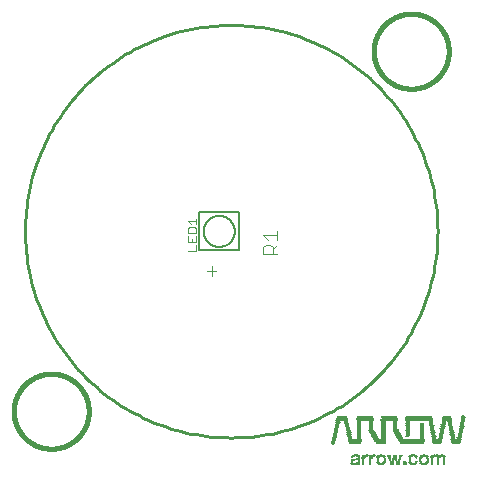
<source format=gto>
G75*
%MOIN*%
%OFA0B0*%
%FSLAX25Y25*%
%IPPOS*%
%LPD*%
%AMOC8*
5,1,8,0,0,1.08239X$1,22.5*
%
%ADD10C,0.01000*%
%ADD11C,0.01600*%
%ADD12R,0.00900X0.00150*%
%ADD13R,0.01800X0.00150*%
%ADD14R,0.00750X0.00150*%
%ADD15R,0.02850X0.00150*%
%ADD16R,0.02100X0.00150*%
%ADD17R,0.01050X0.00150*%
%ADD18R,0.03000X0.00150*%
%ADD19R,0.02400X0.00150*%
%ADD20R,0.01200X0.00150*%
%ADD21R,0.00150X0.00150*%
%ADD22R,0.01350X0.00150*%
%ADD23R,0.01500X0.00150*%
%ADD24R,0.02700X0.00150*%
%ADD25R,0.00600X0.00150*%
%ADD26R,0.04800X0.00150*%
%ADD27R,0.02550X0.00150*%
%ADD28R,0.02250X0.00150*%
%ADD29R,0.03300X0.00150*%
%ADD30R,0.07350X0.00150*%
%ADD31R,0.03900X0.00150*%
%ADD32R,0.03150X0.00150*%
%ADD33R,0.07800X0.00150*%
%ADD34R,0.04050X0.00150*%
%ADD35R,0.03450X0.00150*%
%ADD36R,0.08100X0.00150*%
%ADD37R,0.01650X0.00150*%
%ADD38R,0.04200X0.00150*%
%ADD39R,0.08250X0.00150*%
%ADD40R,0.03600X0.00150*%
%ADD41R,0.08400X0.00150*%
%ADD42R,0.04350X0.00150*%
%ADD43R,0.03750X0.00150*%
%ADD44R,0.08550X0.00150*%
%ADD45R,0.08700X0.00150*%
%ADD46R,0.04500X0.00150*%
%ADD47R,0.01950X0.00150*%
%ADD48R,0.00300X0.00150*%
%ADD49R,0.05550X0.00150*%
%ADD50R,0.09300X0.00150*%
%ADD51R,0.05700X0.00150*%
%ADD52R,0.05400X0.00150*%
%ADD53R,0.09150X0.00150*%
%ADD54R,0.09000X0.00150*%
%ADD55R,0.05100X0.00150*%
%ADD56C,0.00500*%
%ADD57C,0.00300*%
%ADD58C,0.00400*%
D10*
X0037628Y0103933D02*
X0037649Y0105620D01*
X0037711Y0107306D01*
X0037814Y0108991D01*
X0037959Y0110672D01*
X0038145Y0112349D01*
X0038372Y0114021D01*
X0038640Y0115687D01*
X0038949Y0117345D01*
X0039298Y0118996D01*
X0039688Y0120638D01*
X0040118Y0122270D01*
X0040588Y0123890D01*
X0041098Y0125499D01*
X0041647Y0127094D01*
X0042235Y0128676D01*
X0042861Y0130242D01*
X0043526Y0131793D01*
X0044229Y0133327D01*
X0044969Y0134844D01*
X0045746Y0136342D01*
X0046560Y0137820D01*
X0047409Y0139278D01*
X0048294Y0140714D01*
X0049214Y0142128D01*
X0050169Y0143520D01*
X0051157Y0144887D01*
X0052179Y0146230D01*
X0053234Y0147548D01*
X0054320Y0148839D01*
X0055438Y0150103D01*
X0056586Y0151339D01*
X0057764Y0152547D01*
X0058972Y0153725D01*
X0060208Y0154873D01*
X0061472Y0155991D01*
X0062763Y0157077D01*
X0064081Y0158132D01*
X0065424Y0159154D01*
X0066791Y0160142D01*
X0068183Y0161097D01*
X0069597Y0162017D01*
X0071033Y0162902D01*
X0072491Y0163751D01*
X0073969Y0164565D01*
X0075467Y0165342D01*
X0076984Y0166082D01*
X0078518Y0166785D01*
X0080069Y0167450D01*
X0081635Y0168076D01*
X0083217Y0168664D01*
X0084812Y0169213D01*
X0086421Y0169723D01*
X0088041Y0170193D01*
X0089673Y0170623D01*
X0091315Y0171013D01*
X0092966Y0171362D01*
X0094624Y0171671D01*
X0096290Y0171939D01*
X0097962Y0172166D01*
X0099639Y0172352D01*
X0101320Y0172497D01*
X0103005Y0172600D01*
X0104691Y0172662D01*
X0106378Y0172683D01*
X0108065Y0172662D01*
X0109751Y0172600D01*
X0111436Y0172497D01*
X0113117Y0172352D01*
X0114794Y0172166D01*
X0116466Y0171939D01*
X0118132Y0171671D01*
X0119790Y0171362D01*
X0121441Y0171013D01*
X0123083Y0170623D01*
X0124715Y0170193D01*
X0126335Y0169723D01*
X0127944Y0169213D01*
X0129539Y0168664D01*
X0131121Y0168076D01*
X0132687Y0167450D01*
X0134238Y0166785D01*
X0135772Y0166082D01*
X0137289Y0165342D01*
X0138787Y0164565D01*
X0140265Y0163751D01*
X0141723Y0162902D01*
X0143159Y0162017D01*
X0144573Y0161097D01*
X0145965Y0160142D01*
X0147332Y0159154D01*
X0148675Y0158132D01*
X0149993Y0157077D01*
X0151284Y0155991D01*
X0152548Y0154873D01*
X0153784Y0153725D01*
X0154992Y0152547D01*
X0156170Y0151339D01*
X0157318Y0150103D01*
X0158436Y0148839D01*
X0159522Y0147548D01*
X0160577Y0146230D01*
X0161599Y0144887D01*
X0162587Y0143520D01*
X0163542Y0142128D01*
X0164462Y0140714D01*
X0165347Y0139278D01*
X0166196Y0137820D01*
X0167010Y0136342D01*
X0167787Y0134844D01*
X0168527Y0133327D01*
X0169230Y0131793D01*
X0169895Y0130242D01*
X0170521Y0128676D01*
X0171109Y0127094D01*
X0171658Y0125499D01*
X0172168Y0123890D01*
X0172638Y0122270D01*
X0173068Y0120638D01*
X0173458Y0118996D01*
X0173807Y0117345D01*
X0174116Y0115687D01*
X0174384Y0114021D01*
X0174611Y0112349D01*
X0174797Y0110672D01*
X0174942Y0108991D01*
X0175045Y0107306D01*
X0175107Y0105620D01*
X0175128Y0103933D01*
X0175107Y0102246D01*
X0175045Y0100560D01*
X0174942Y0098875D01*
X0174797Y0097194D01*
X0174611Y0095517D01*
X0174384Y0093845D01*
X0174116Y0092179D01*
X0173807Y0090521D01*
X0173458Y0088870D01*
X0173068Y0087228D01*
X0172638Y0085596D01*
X0172168Y0083976D01*
X0171658Y0082367D01*
X0171109Y0080772D01*
X0170521Y0079190D01*
X0169895Y0077624D01*
X0169230Y0076073D01*
X0168527Y0074539D01*
X0167787Y0073022D01*
X0167010Y0071524D01*
X0166196Y0070046D01*
X0165347Y0068588D01*
X0164462Y0067152D01*
X0163542Y0065738D01*
X0162587Y0064346D01*
X0161599Y0062979D01*
X0160577Y0061636D01*
X0159522Y0060318D01*
X0158436Y0059027D01*
X0157318Y0057763D01*
X0156170Y0056527D01*
X0154992Y0055319D01*
X0153784Y0054141D01*
X0152548Y0052993D01*
X0151284Y0051875D01*
X0149993Y0050789D01*
X0148675Y0049734D01*
X0147332Y0048712D01*
X0145965Y0047724D01*
X0144573Y0046769D01*
X0143159Y0045849D01*
X0141723Y0044964D01*
X0140265Y0044115D01*
X0138787Y0043301D01*
X0137289Y0042524D01*
X0135772Y0041784D01*
X0134238Y0041081D01*
X0132687Y0040416D01*
X0131121Y0039790D01*
X0129539Y0039202D01*
X0127944Y0038653D01*
X0126335Y0038143D01*
X0124715Y0037673D01*
X0123083Y0037243D01*
X0121441Y0036853D01*
X0119790Y0036504D01*
X0118132Y0036195D01*
X0116466Y0035927D01*
X0114794Y0035700D01*
X0113117Y0035514D01*
X0111436Y0035369D01*
X0109751Y0035266D01*
X0108065Y0035204D01*
X0106378Y0035183D01*
X0104691Y0035204D01*
X0103005Y0035266D01*
X0101320Y0035369D01*
X0099639Y0035514D01*
X0097962Y0035700D01*
X0096290Y0035927D01*
X0094624Y0036195D01*
X0092966Y0036504D01*
X0091315Y0036853D01*
X0089673Y0037243D01*
X0088041Y0037673D01*
X0086421Y0038143D01*
X0084812Y0038653D01*
X0083217Y0039202D01*
X0081635Y0039790D01*
X0080069Y0040416D01*
X0078518Y0041081D01*
X0076984Y0041784D01*
X0075467Y0042524D01*
X0073969Y0043301D01*
X0072491Y0044115D01*
X0071033Y0044964D01*
X0069597Y0045849D01*
X0068183Y0046769D01*
X0066791Y0047724D01*
X0065424Y0048712D01*
X0064081Y0049734D01*
X0062763Y0050789D01*
X0061472Y0051875D01*
X0060208Y0052993D01*
X0058972Y0054141D01*
X0057764Y0055319D01*
X0056586Y0056527D01*
X0055438Y0057763D01*
X0054320Y0059027D01*
X0053234Y0060318D01*
X0052179Y0061636D01*
X0051157Y0062979D01*
X0050169Y0064346D01*
X0049214Y0065738D01*
X0048294Y0067152D01*
X0047409Y0068588D01*
X0046560Y0070046D01*
X0045746Y0071524D01*
X0044969Y0073022D01*
X0044229Y0074539D01*
X0043526Y0076073D01*
X0042861Y0077624D01*
X0042235Y0079190D01*
X0041647Y0080772D01*
X0041098Y0082367D01*
X0040588Y0083976D01*
X0040118Y0085596D01*
X0039688Y0087228D01*
X0039298Y0088870D01*
X0038949Y0090521D01*
X0038640Y0092179D01*
X0038372Y0093845D01*
X0038145Y0095517D01*
X0037959Y0097194D01*
X0037814Y0098875D01*
X0037711Y0100560D01*
X0037649Y0102246D01*
X0037628Y0103933D01*
D11*
X0033878Y0043933D02*
X0033882Y0044240D01*
X0033893Y0044546D01*
X0033912Y0044853D01*
X0033938Y0045158D01*
X0033972Y0045463D01*
X0034013Y0045767D01*
X0034062Y0046070D01*
X0034118Y0046372D01*
X0034182Y0046672D01*
X0034253Y0046970D01*
X0034331Y0047267D01*
X0034416Y0047562D01*
X0034509Y0047854D01*
X0034609Y0048144D01*
X0034716Y0048432D01*
X0034830Y0048717D01*
X0034950Y0048999D01*
X0035078Y0049277D01*
X0035213Y0049553D01*
X0035354Y0049825D01*
X0035502Y0050094D01*
X0035656Y0050359D01*
X0035817Y0050620D01*
X0035985Y0050878D01*
X0036158Y0051131D01*
X0036338Y0051379D01*
X0036524Y0051623D01*
X0036715Y0051863D01*
X0036913Y0052098D01*
X0037116Y0052327D01*
X0037325Y0052552D01*
X0037539Y0052772D01*
X0037759Y0052986D01*
X0037984Y0053195D01*
X0038213Y0053398D01*
X0038448Y0053596D01*
X0038688Y0053787D01*
X0038932Y0053973D01*
X0039180Y0054153D01*
X0039433Y0054326D01*
X0039691Y0054494D01*
X0039952Y0054655D01*
X0040217Y0054809D01*
X0040486Y0054957D01*
X0040758Y0055098D01*
X0041034Y0055233D01*
X0041312Y0055361D01*
X0041594Y0055481D01*
X0041879Y0055595D01*
X0042167Y0055702D01*
X0042457Y0055802D01*
X0042749Y0055895D01*
X0043044Y0055980D01*
X0043341Y0056058D01*
X0043639Y0056129D01*
X0043939Y0056193D01*
X0044241Y0056249D01*
X0044544Y0056298D01*
X0044848Y0056339D01*
X0045153Y0056373D01*
X0045458Y0056399D01*
X0045765Y0056418D01*
X0046071Y0056429D01*
X0046378Y0056433D01*
X0046685Y0056429D01*
X0046991Y0056418D01*
X0047298Y0056399D01*
X0047603Y0056373D01*
X0047908Y0056339D01*
X0048212Y0056298D01*
X0048515Y0056249D01*
X0048817Y0056193D01*
X0049117Y0056129D01*
X0049415Y0056058D01*
X0049712Y0055980D01*
X0050007Y0055895D01*
X0050299Y0055802D01*
X0050589Y0055702D01*
X0050877Y0055595D01*
X0051162Y0055481D01*
X0051444Y0055361D01*
X0051722Y0055233D01*
X0051998Y0055098D01*
X0052270Y0054957D01*
X0052539Y0054809D01*
X0052804Y0054655D01*
X0053065Y0054494D01*
X0053323Y0054326D01*
X0053576Y0054153D01*
X0053824Y0053973D01*
X0054068Y0053787D01*
X0054308Y0053596D01*
X0054543Y0053398D01*
X0054772Y0053195D01*
X0054997Y0052986D01*
X0055217Y0052772D01*
X0055431Y0052552D01*
X0055640Y0052327D01*
X0055843Y0052098D01*
X0056041Y0051863D01*
X0056232Y0051623D01*
X0056418Y0051379D01*
X0056598Y0051131D01*
X0056771Y0050878D01*
X0056939Y0050620D01*
X0057100Y0050359D01*
X0057254Y0050094D01*
X0057402Y0049825D01*
X0057543Y0049553D01*
X0057678Y0049277D01*
X0057806Y0048999D01*
X0057926Y0048717D01*
X0058040Y0048432D01*
X0058147Y0048144D01*
X0058247Y0047854D01*
X0058340Y0047562D01*
X0058425Y0047267D01*
X0058503Y0046970D01*
X0058574Y0046672D01*
X0058638Y0046372D01*
X0058694Y0046070D01*
X0058743Y0045767D01*
X0058784Y0045463D01*
X0058818Y0045158D01*
X0058844Y0044853D01*
X0058863Y0044546D01*
X0058874Y0044240D01*
X0058878Y0043933D01*
X0058874Y0043626D01*
X0058863Y0043320D01*
X0058844Y0043013D01*
X0058818Y0042708D01*
X0058784Y0042403D01*
X0058743Y0042099D01*
X0058694Y0041796D01*
X0058638Y0041494D01*
X0058574Y0041194D01*
X0058503Y0040896D01*
X0058425Y0040599D01*
X0058340Y0040304D01*
X0058247Y0040012D01*
X0058147Y0039722D01*
X0058040Y0039434D01*
X0057926Y0039149D01*
X0057806Y0038867D01*
X0057678Y0038589D01*
X0057543Y0038313D01*
X0057402Y0038041D01*
X0057254Y0037772D01*
X0057100Y0037507D01*
X0056939Y0037246D01*
X0056771Y0036988D01*
X0056598Y0036735D01*
X0056418Y0036487D01*
X0056232Y0036243D01*
X0056041Y0036003D01*
X0055843Y0035768D01*
X0055640Y0035539D01*
X0055431Y0035314D01*
X0055217Y0035094D01*
X0054997Y0034880D01*
X0054772Y0034671D01*
X0054543Y0034468D01*
X0054308Y0034270D01*
X0054068Y0034079D01*
X0053824Y0033893D01*
X0053576Y0033713D01*
X0053323Y0033540D01*
X0053065Y0033372D01*
X0052804Y0033211D01*
X0052539Y0033057D01*
X0052270Y0032909D01*
X0051998Y0032768D01*
X0051722Y0032633D01*
X0051444Y0032505D01*
X0051162Y0032385D01*
X0050877Y0032271D01*
X0050589Y0032164D01*
X0050299Y0032064D01*
X0050007Y0031971D01*
X0049712Y0031886D01*
X0049415Y0031808D01*
X0049117Y0031737D01*
X0048817Y0031673D01*
X0048515Y0031617D01*
X0048212Y0031568D01*
X0047908Y0031527D01*
X0047603Y0031493D01*
X0047298Y0031467D01*
X0046991Y0031448D01*
X0046685Y0031437D01*
X0046378Y0031433D01*
X0046071Y0031437D01*
X0045765Y0031448D01*
X0045458Y0031467D01*
X0045153Y0031493D01*
X0044848Y0031527D01*
X0044544Y0031568D01*
X0044241Y0031617D01*
X0043939Y0031673D01*
X0043639Y0031737D01*
X0043341Y0031808D01*
X0043044Y0031886D01*
X0042749Y0031971D01*
X0042457Y0032064D01*
X0042167Y0032164D01*
X0041879Y0032271D01*
X0041594Y0032385D01*
X0041312Y0032505D01*
X0041034Y0032633D01*
X0040758Y0032768D01*
X0040486Y0032909D01*
X0040217Y0033057D01*
X0039952Y0033211D01*
X0039691Y0033372D01*
X0039433Y0033540D01*
X0039180Y0033713D01*
X0038932Y0033893D01*
X0038688Y0034079D01*
X0038448Y0034270D01*
X0038213Y0034468D01*
X0037984Y0034671D01*
X0037759Y0034880D01*
X0037539Y0035094D01*
X0037325Y0035314D01*
X0037116Y0035539D01*
X0036913Y0035768D01*
X0036715Y0036003D01*
X0036524Y0036243D01*
X0036338Y0036487D01*
X0036158Y0036735D01*
X0035985Y0036988D01*
X0035817Y0037246D01*
X0035656Y0037507D01*
X0035502Y0037772D01*
X0035354Y0038041D01*
X0035213Y0038313D01*
X0035078Y0038589D01*
X0034950Y0038867D01*
X0034830Y0039149D01*
X0034716Y0039434D01*
X0034609Y0039722D01*
X0034509Y0040012D01*
X0034416Y0040304D01*
X0034331Y0040599D01*
X0034253Y0040896D01*
X0034182Y0041194D01*
X0034118Y0041494D01*
X0034062Y0041796D01*
X0034013Y0042099D01*
X0033972Y0042403D01*
X0033938Y0042708D01*
X0033912Y0043013D01*
X0033893Y0043320D01*
X0033882Y0043626D01*
X0033878Y0043933D01*
X0153878Y0163933D02*
X0153882Y0164240D01*
X0153893Y0164546D01*
X0153912Y0164853D01*
X0153938Y0165158D01*
X0153972Y0165463D01*
X0154013Y0165767D01*
X0154062Y0166070D01*
X0154118Y0166372D01*
X0154182Y0166672D01*
X0154253Y0166970D01*
X0154331Y0167267D01*
X0154416Y0167562D01*
X0154509Y0167854D01*
X0154609Y0168144D01*
X0154716Y0168432D01*
X0154830Y0168717D01*
X0154950Y0168999D01*
X0155078Y0169277D01*
X0155213Y0169553D01*
X0155354Y0169825D01*
X0155502Y0170094D01*
X0155656Y0170359D01*
X0155817Y0170620D01*
X0155985Y0170878D01*
X0156158Y0171131D01*
X0156338Y0171379D01*
X0156524Y0171623D01*
X0156715Y0171863D01*
X0156913Y0172098D01*
X0157116Y0172327D01*
X0157325Y0172552D01*
X0157539Y0172772D01*
X0157759Y0172986D01*
X0157984Y0173195D01*
X0158213Y0173398D01*
X0158448Y0173596D01*
X0158688Y0173787D01*
X0158932Y0173973D01*
X0159180Y0174153D01*
X0159433Y0174326D01*
X0159691Y0174494D01*
X0159952Y0174655D01*
X0160217Y0174809D01*
X0160486Y0174957D01*
X0160758Y0175098D01*
X0161034Y0175233D01*
X0161312Y0175361D01*
X0161594Y0175481D01*
X0161879Y0175595D01*
X0162167Y0175702D01*
X0162457Y0175802D01*
X0162749Y0175895D01*
X0163044Y0175980D01*
X0163341Y0176058D01*
X0163639Y0176129D01*
X0163939Y0176193D01*
X0164241Y0176249D01*
X0164544Y0176298D01*
X0164848Y0176339D01*
X0165153Y0176373D01*
X0165458Y0176399D01*
X0165765Y0176418D01*
X0166071Y0176429D01*
X0166378Y0176433D01*
X0166685Y0176429D01*
X0166991Y0176418D01*
X0167298Y0176399D01*
X0167603Y0176373D01*
X0167908Y0176339D01*
X0168212Y0176298D01*
X0168515Y0176249D01*
X0168817Y0176193D01*
X0169117Y0176129D01*
X0169415Y0176058D01*
X0169712Y0175980D01*
X0170007Y0175895D01*
X0170299Y0175802D01*
X0170589Y0175702D01*
X0170877Y0175595D01*
X0171162Y0175481D01*
X0171444Y0175361D01*
X0171722Y0175233D01*
X0171998Y0175098D01*
X0172270Y0174957D01*
X0172539Y0174809D01*
X0172804Y0174655D01*
X0173065Y0174494D01*
X0173323Y0174326D01*
X0173576Y0174153D01*
X0173824Y0173973D01*
X0174068Y0173787D01*
X0174308Y0173596D01*
X0174543Y0173398D01*
X0174772Y0173195D01*
X0174997Y0172986D01*
X0175217Y0172772D01*
X0175431Y0172552D01*
X0175640Y0172327D01*
X0175843Y0172098D01*
X0176041Y0171863D01*
X0176232Y0171623D01*
X0176418Y0171379D01*
X0176598Y0171131D01*
X0176771Y0170878D01*
X0176939Y0170620D01*
X0177100Y0170359D01*
X0177254Y0170094D01*
X0177402Y0169825D01*
X0177543Y0169553D01*
X0177678Y0169277D01*
X0177806Y0168999D01*
X0177926Y0168717D01*
X0178040Y0168432D01*
X0178147Y0168144D01*
X0178247Y0167854D01*
X0178340Y0167562D01*
X0178425Y0167267D01*
X0178503Y0166970D01*
X0178574Y0166672D01*
X0178638Y0166372D01*
X0178694Y0166070D01*
X0178743Y0165767D01*
X0178784Y0165463D01*
X0178818Y0165158D01*
X0178844Y0164853D01*
X0178863Y0164546D01*
X0178874Y0164240D01*
X0178878Y0163933D01*
X0178874Y0163626D01*
X0178863Y0163320D01*
X0178844Y0163013D01*
X0178818Y0162708D01*
X0178784Y0162403D01*
X0178743Y0162099D01*
X0178694Y0161796D01*
X0178638Y0161494D01*
X0178574Y0161194D01*
X0178503Y0160896D01*
X0178425Y0160599D01*
X0178340Y0160304D01*
X0178247Y0160012D01*
X0178147Y0159722D01*
X0178040Y0159434D01*
X0177926Y0159149D01*
X0177806Y0158867D01*
X0177678Y0158589D01*
X0177543Y0158313D01*
X0177402Y0158041D01*
X0177254Y0157772D01*
X0177100Y0157507D01*
X0176939Y0157246D01*
X0176771Y0156988D01*
X0176598Y0156735D01*
X0176418Y0156487D01*
X0176232Y0156243D01*
X0176041Y0156003D01*
X0175843Y0155768D01*
X0175640Y0155539D01*
X0175431Y0155314D01*
X0175217Y0155094D01*
X0174997Y0154880D01*
X0174772Y0154671D01*
X0174543Y0154468D01*
X0174308Y0154270D01*
X0174068Y0154079D01*
X0173824Y0153893D01*
X0173576Y0153713D01*
X0173323Y0153540D01*
X0173065Y0153372D01*
X0172804Y0153211D01*
X0172539Y0153057D01*
X0172270Y0152909D01*
X0171998Y0152768D01*
X0171722Y0152633D01*
X0171444Y0152505D01*
X0171162Y0152385D01*
X0170877Y0152271D01*
X0170589Y0152164D01*
X0170299Y0152064D01*
X0170007Y0151971D01*
X0169712Y0151886D01*
X0169415Y0151808D01*
X0169117Y0151737D01*
X0168817Y0151673D01*
X0168515Y0151617D01*
X0168212Y0151568D01*
X0167908Y0151527D01*
X0167603Y0151493D01*
X0167298Y0151467D01*
X0166991Y0151448D01*
X0166685Y0151437D01*
X0166378Y0151433D01*
X0166071Y0151437D01*
X0165765Y0151448D01*
X0165458Y0151467D01*
X0165153Y0151493D01*
X0164848Y0151527D01*
X0164544Y0151568D01*
X0164241Y0151617D01*
X0163939Y0151673D01*
X0163639Y0151737D01*
X0163341Y0151808D01*
X0163044Y0151886D01*
X0162749Y0151971D01*
X0162457Y0152064D01*
X0162167Y0152164D01*
X0161879Y0152271D01*
X0161594Y0152385D01*
X0161312Y0152505D01*
X0161034Y0152633D01*
X0160758Y0152768D01*
X0160486Y0152909D01*
X0160217Y0153057D01*
X0159952Y0153211D01*
X0159691Y0153372D01*
X0159433Y0153540D01*
X0159180Y0153713D01*
X0158932Y0153893D01*
X0158688Y0154079D01*
X0158448Y0154270D01*
X0158213Y0154468D01*
X0157984Y0154671D01*
X0157759Y0154880D01*
X0157539Y0155094D01*
X0157325Y0155314D01*
X0157116Y0155539D01*
X0156913Y0155768D01*
X0156715Y0156003D01*
X0156524Y0156243D01*
X0156338Y0156487D01*
X0156158Y0156735D01*
X0155985Y0156988D01*
X0155817Y0157246D01*
X0155656Y0157507D01*
X0155502Y0157772D01*
X0155354Y0158041D01*
X0155213Y0158313D01*
X0155078Y0158589D01*
X0154950Y0158867D01*
X0154830Y0159149D01*
X0154716Y0159434D01*
X0154609Y0159722D01*
X0154509Y0160012D01*
X0154416Y0160304D01*
X0154331Y0160599D01*
X0154253Y0160896D01*
X0154182Y0161194D01*
X0154118Y0161494D01*
X0154062Y0161796D01*
X0154013Y0162099D01*
X0153972Y0162403D01*
X0153938Y0162708D01*
X0153912Y0163013D01*
X0153893Y0163320D01*
X0153882Y0163626D01*
X0153878Y0163933D01*
D12*
X0170003Y0039683D03*
X0170603Y0029333D03*
X0169703Y0028583D03*
X0169553Y0028433D03*
X0169553Y0028133D03*
X0169403Y0027983D03*
X0169403Y0027833D03*
X0169403Y0027683D03*
X0169403Y0027533D03*
X0169403Y0027383D03*
X0169403Y0027233D03*
X0169403Y0027083D03*
X0169553Y0026933D03*
X0169553Y0026783D03*
X0169703Y0026633D03*
X0170603Y0025883D03*
X0171653Y0026783D03*
X0171653Y0026933D03*
X0171803Y0027083D03*
X0171803Y0027233D03*
X0171803Y0027383D03*
X0171803Y0027533D03*
X0171803Y0027683D03*
X0171803Y0027833D03*
X0171803Y0027983D03*
X0171653Y0028283D03*
X0171653Y0028433D03*
X0173303Y0028283D03*
X0173303Y0028133D03*
X0173303Y0027983D03*
X0173303Y0027833D03*
X0173303Y0027683D03*
X0173303Y0027533D03*
X0173303Y0027383D03*
X0173303Y0027233D03*
X0173303Y0027083D03*
X0173303Y0026933D03*
X0173303Y0026783D03*
X0173303Y0026633D03*
X0173303Y0026483D03*
X0173303Y0026333D03*
X0173303Y0026183D03*
X0173303Y0026033D03*
X0175403Y0026033D03*
X0175403Y0026183D03*
X0175403Y0026333D03*
X0175403Y0026483D03*
X0175403Y0026633D03*
X0175403Y0026783D03*
X0175403Y0026933D03*
X0175403Y0027083D03*
X0175403Y0027233D03*
X0175403Y0027383D03*
X0175403Y0027533D03*
X0175403Y0027683D03*
X0175403Y0027833D03*
X0175403Y0027983D03*
X0175403Y0028133D03*
X0175403Y0028283D03*
X0176753Y0029333D03*
X0177353Y0028433D03*
X0177353Y0028283D03*
X0177353Y0028133D03*
X0177353Y0027983D03*
X0177353Y0027833D03*
X0177353Y0027683D03*
X0177353Y0027533D03*
X0177353Y0027383D03*
X0177353Y0027233D03*
X0177353Y0027083D03*
X0177353Y0026933D03*
X0177353Y0026783D03*
X0177353Y0026633D03*
X0177353Y0026483D03*
X0177353Y0026333D03*
X0177353Y0026183D03*
X0177353Y0026033D03*
X0173303Y0029033D03*
X0173303Y0029183D03*
X0168053Y0028433D03*
X0168053Y0028283D03*
X0167903Y0028583D03*
X0168053Y0026933D03*
X0168053Y0026783D03*
X0167903Y0026633D03*
X0167003Y0025883D03*
X0165953Y0026783D03*
X0165953Y0026933D03*
X0165803Y0027083D03*
X0165803Y0027233D03*
X0165803Y0027383D03*
X0165803Y0027533D03*
X0165803Y0027683D03*
X0165803Y0027833D03*
X0165803Y0027983D03*
X0165953Y0028133D03*
X0165953Y0028283D03*
X0165953Y0028433D03*
X0164303Y0026633D03*
X0164303Y0026333D03*
X0164303Y0026033D03*
X0162353Y0027383D03*
X0162503Y0027683D03*
X0162503Y0027983D03*
X0162653Y0028133D03*
X0162653Y0028433D03*
X0162653Y0028583D03*
X0162803Y0028733D03*
X0162803Y0028883D03*
X0162803Y0029033D03*
X0160853Y0028883D03*
X0160853Y0029183D03*
X0159053Y0028433D03*
X0159053Y0028133D03*
X0159203Y0027983D03*
X0159203Y0027833D03*
X0159353Y0027383D03*
X0159353Y0027233D03*
X0159803Y0026033D03*
X0161903Y0026033D03*
X0158903Y0028733D03*
X0158903Y0028883D03*
X0158903Y0029033D03*
X0157403Y0028433D03*
X0157403Y0028283D03*
X0157553Y0027983D03*
X0157553Y0027833D03*
X0157553Y0027683D03*
X0157553Y0027533D03*
X0157553Y0027383D03*
X0157553Y0027233D03*
X0157553Y0027083D03*
X0157403Y0026933D03*
X0157403Y0026783D03*
X0156353Y0025883D03*
X0155303Y0026783D03*
X0155303Y0026933D03*
X0155153Y0027083D03*
X0155153Y0027233D03*
X0155153Y0027383D03*
X0155153Y0027533D03*
X0155153Y0027683D03*
X0155153Y0027833D03*
X0155153Y0027983D03*
X0155303Y0028133D03*
X0155303Y0028433D03*
X0156353Y0029333D03*
X0153953Y0029183D03*
X0152753Y0029183D03*
X0152753Y0029033D03*
X0152753Y0027983D03*
X0152753Y0027833D03*
X0152753Y0027683D03*
X0152753Y0027533D03*
X0152753Y0027383D03*
X0152753Y0027233D03*
X0152753Y0027083D03*
X0152753Y0026933D03*
X0152753Y0026783D03*
X0152753Y0026633D03*
X0152753Y0026483D03*
X0152753Y0026333D03*
X0152753Y0026183D03*
X0152753Y0026033D03*
X0150353Y0026033D03*
X0150353Y0026183D03*
X0150353Y0026333D03*
X0150353Y0026483D03*
X0150353Y0026633D03*
X0150353Y0026783D03*
X0150353Y0026933D03*
X0150353Y0027083D03*
X0150353Y0027233D03*
X0150353Y0027383D03*
X0150353Y0027533D03*
X0150353Y0027683D03*
X0150353Y0027833D03*
X0150353Y0027983D03*
X0150353Y0029033D03*
X0150353Y0029183D03*
X0151553Y0029183D03*
X0148853Y0028583D03*
X0148853Y0028433D03*
X0148853Y0028283D03*
X0148853Y0027533D03*
X0148853Y0027383D03*
X0148853Y0027233D03*
X0148853Y0027083D03*
X0148853Y0026933D03*
X0147353Y0025883D03*
X0146603Y0026633D03*
X0146603Y0026783D03*
X0146603Y0026933D03*
X0146603Y0027083D03*
X0146753Y0027233D03*
X0146753Y0028433D03*
X0146753Y0028583D03*
D13*
X0147353Y0027533D03*
X0147353Y0026033D03*
X0156353Y0026033D03*
X0156353Y0029183D03*
X0154703Y0034433D03*
X0154553Y0034583D03*
X0154403Y0034883D03*
X0154253Y0035183D03*
X0154103Y0035483D03*
X0153953Y0035633D03*
X0153953Y0035783D03*
X0153803Y0035933D03*
X0153803Y0036083D03*
X0153653Y0036233D03*
X0153503Y0036533D03*
X0153353Y0036833D03*
X0153203Y0036983D03*
X0153203Y0037133D03*
X0153053Y0037283D03*
X0153053Y0037433D03*
X0157103Y0040583D03*
X0161153Y0037583D03*
X0161153Y0037433D03*
X0161303Y0037283D03*
X0161303Y0037133D03*
X0161453Y0036983D03*
X0161603Y0036683D03*
X0161603Y0036533D03*
X0161753Y0036383D03*
X0161903Y0036083D03*
X0162053Y0035783D03*
X0162203Y0035633D03*
X0162203Y0035483D03*
X0162353Y0035333D03*
X0162353Y0035183D03*
X0162503Y0035033D03*
X0162503Y0034883D03*
X0162653Y0034733D03*
X0165203Y0040583D03*
X0169853Y0034433D03*
X0173903Y0035333D03*
X0174203Y0034433D03*
X0173603Y0036833D03*
X0173153Y0039083D03*
X0176903Y0038633D03*
X0176753Y0037883D03*
X0177053Y0039383D03*
X0179903Y0036683D03*
X0180053Y0035933D03*
X0180353Y0034433D03*
X0182303Y0034433D03*
X0182453Y0034883D03*
X0183203Y0038783D03*
X0176753Y0029033D03*
X0174803Y0029033D03*
X0170603Y0029183D03*
X0170603Y0026033D03*
X0167003Y0026033D03*
X0167003Y0029183D03*
X0146153Y0034433D03*
X0145703Y0036083D03*
X0145553Y0036833D03*
X0141953Y0040133D03*
X0142103Y0040583D03*
D14*
X0140378Y0032783D03*
X0148928Y0026033D03*
X0157478Y0028133D03*
X0159128Y0028283D03*
X0159278Y0027683D03*
X0159278Y0027533D03*
X0160328Y0027533D03*
X0160328Y0027383D03*
X0160328Y0027233D03*
X0161378Y0027233D03*
X0161378Y0027383D03*
X0161378Y0027533D03*
X0161228Y0027983D03*
X0162428Y0027833D03*
X0162428Y0027533D03*
X0162278Y0027233D03*
X0162578Y0028283D03*
X0168128Y0027083D03*
X0171728Y0028133D03*
X0165128Y0035333D03*
X0183728Y0042233D03*
D15*
X0178178Y0041783D03*
X0175028Y0033083D03*
X0181328Y0033083D03*
X0147878Y0026183D03*
X0143378Y0042083D03*
D16*
X0148253Y0027833D03*
X0150953Y0028733D03*
X0150953Y0028883D03*
X0153353Y0028883D03*
X0153353Y0028733D03*
X0156353Y0029033D03*
X0156353Y0026183D03*
X0167003Y0026183D03*
X0170603Y0026183D03*
X0170603Y0029033D03*
D17*
X0171578Y0028583D03*
X0173378Y0028433D03*
X0175478Y0028433D03*
X0177278Y0028583D03*
X0171578Y0026633D03*
X0169778Y0026483D03*
X0169478Y0028283D03*
X0167828Y0028733D03*
X0166928Y0029333D03*
X0166028Y0028583D03*
X0166028Y0026633D03*
X0166178Y0026483D03*
X0164228Y0026483D03*
X0164228Y0026183D03*
X0164228Y0026783D03*
X0161828Y0026183D03*
X0159878Y0026183D03*
X0158978Y0028583D03*
X0158828Y0029183D03*
X0157328Y0028583D03*
X0155378Y0028583D03*
X0155228Y0028283D03*
X0153878Y0029033D03*
X0152828Y0028283D03*
X0152828Y0028133D03*
X0151478Y0029033D03*
X0150428Y0028283D03*
X0150428Y0028133D03*
X0148778Y0028133D03*
X0148778Y0028733D03*
X0146978Y0028733D03*
X0148778Y0026783D03*
X0155378Y0026633D03*
X0155528Y0026483D03*
X0157328Y0026633D03*
X0160928Y0029033D03*
X0162878Y0029183D03*
X0140378Y0032933D03*
X0183728Y0042083D03*
D18*
X0178253Y0041633D03*
X0175103Y0033233D03*
X0147803Y0026333D03*
D19*
X0156353Y0026333D03*
X0156353Y0028883D03*
X0167003Y0028883D03*
X0167003Y0026333D03*
X0170603Y0026333D03*
X0170603Y0028883D03*
X0175103Y0032933D03*
X0181403Y0032933D03*
D20*
X0175403Y0028583D03*
X0174803Y0029183D03*
X0173453Y0028583D03*
X0171353Y0026483D03*
X0169853Y0028733D03*
X0167753Y0026483D03*
X0166253Y0028733D03*
X0161903Y0026633D03*
X0161903Y0026483D03*
X0161903Y0026333D03*
X0159803Y0026333D03*
X0159803Y0026483D03*
X0159803Y0026633D03*
X0160853Y0028283D03*
X0160853Y0028433D03*
X0160853Y0028583D03*
X0160853Y0028733D03*
X0157103Y0026483D03*
X0155603Y0028733D03*
X0148703Y0026633D03*
X0146753Y0026483D03*
X0165053Y0035483D03*
X0170003Y0039533D03*
D21*
X0169928Y0039833D03*
X0169928Y0040583D03*
X0169628Y0040583D03*
X0169328Y0040583D03*
X0169028Y0040583D03*
X0168728Y0040583D03*
X0168428Y0040583D03*
X0168128Y0040583D03*
X0167828Y0040583D03*
X0167528Y0040583D03*
X0167228Y0040583D03*
X0166928Y0040583D03*
X0166628Y0040583D03*
X0166328Y0040583D03*
X0170228Y0040583D03*
X0170528Y0040583D03*
X0170828Y0040583D03*
X0171128Y0040583D03*
X0171428Y0040583D03*
X0171728Y0040583D03*
X0168728Y0034433D03*
X0168428Y0034433D03*
X0167678Y0034433D03*
X0167378Y0034433D03*
X0166628Y0034433D03*
X0166328Y0034433D03*
X0165578Y0034433D03*
X0165278Y0034433D03*
X0164978Y0034433D03*
X0164678Y0034433D03*
X0164378Y0034433D03*
X0164078Y0034433D03*
X0167078Y0028733D03*
X0168128Y0028133D03*
X0168428Y0028133D03*
X0166928Y0026483D03*
X0164528Y0026933D03*
X0164228Y0026933D03*
X0163928Y0026933D03*
X0170528Y0026483D03*
X0174428Y0029333D03*
X0160028Y0040583D03*
X0159728Y0040583D03*
X0159428Y0040583D03*
X0159128Y0040583D03*
X0158828Y0040583D03*
X0158528Y0040583D03*
X0158228Y0040583D03*
X0151628Y0040583D03*
X0151328Y0040583D03*
X0151028Y0040583D03*
X0150728Y0040583D03*
X0150428Y0040583D03*
X0150128Y0040583D03*
X0143528Y0040583D03*
X0143228Y0040583D03*
X0147278Y0034433D03*
X0147578Y0034433D03*
X0147878Y0034433D03*
X0146978Y0027833D03*
X0147728Y0026483D03*
X0151628Y0028583D03*
X0151928Y0028583D03*
X0154028Y0028583D03*
X0154328Y0028583D03*
X0156278Y0026483D03*
X0155828Y0034433D03*
D22*
X0157028Y0028733D03*
X0152978Y0028433D03*
X0150578Y0028433D03*
X0148628Y0027983D03*
X0148628Y0026483D03*
X0146978Y0027383D03*
X0147878Y0029333D03*
X0140378Y0033083D03*
X0165128Y0035633D03*
X0169928Y0039383D03*
X0183728Y0041933D03*
X0176678Y0029183D03*
X0171278Y0028733D03*
D23*
X0170003Y0034733D03*
X0170003Y0035183D03*
X0170003Y0035633D03*
X0170003Y0036083D03*
X0170003Y0036533D03*
X0170003Y0037133D03*
X0170003Y0037583D03*
X0170003Y0038183D03*
X0170003Y0038633D03*
X0170003Y0039083D03*
X0173003Y0039983D03*
X0173153Y0038933D03*
X0173453Y0037433D03*
X0173603Y0036683D03*
X0173753Y0035933D03*
X0173903Y0035183D03*
X0176303Y0035483D03*
X0176603Y0036983D03*
X0176753Y0037733D03*
X0176903Y0038483D03*
X0177053Y0039233D03*
X0179303Y0039833D03*
X0179453Y0039083D03*
X0179903Y0036533D03*
X0180053Y0035783D03*
X0180203Y0035033D03*
X0182453Y0035033D03*
X0182453Y0034733D03*
X0182753Y0036383D03*
X0182903Y0037283D03*
X0183053Y0037883D03*
X0183203Y0038633D03*
X0183353Y0039383D03*
X0183803Y0041783D03*
X0165053Y0039833D03*
X0165053Y0038933D03*
X0165053Y0037433D03*
X0157103Y0037283D03*
X0157103Y0036683D03*
X0157103Y0036083D03*
X0157103Y0035483D03*
X0157103Y0034883D03*
X0157103Y0034583D03*
X0157103Y0037883D03*
X0157103Y0038483D03*
X0157103Y0039083D03*
X0157103Y0039683D03*
X0157103Y0040283D03*
X0152903Y0040433D03*
X0152903Y0040133D03*
X0152903Y0039833D03*
X0152903Y0039533D03*
X0152903Y0039233D03*
X0152903Y0038933D03*
X0152903Y0038633D03*
X0152903Y0038333D03*
X0152903Y0038033D03*
X0149003Y0038183D03*
X0149003Y0037883D03*
X0149003Y0037583D03*
X0149003Y0037283D03*
X0149003Y0036833D03*
X0149003Y0036383D03*
X0149003Y0036083D03*
X0149003Y0035783D03*
X0149003Y0035483D03*
X0149003Y0035183D03*
X0149003Y0034733D03*
X0145553Y0036683D03*
X0149003Y0038633D03*
X0149003Y0038933D03*
X0149003Y0039383D03*
X0149003Y0039683D03*
X0149003Y0040133D03*
X0140903Y0035783D03*
X0140303Y0033233D03*
X0150653Y0028583D03*
X0153053Y0028583D03*
X0159803Y0027083D03*
X0159803Y0026933D03*
X0159803Y0026783D03*
X0160853Y0027833D03*
X0160853Y0028133D03*
X0161903Y0027083D03*
X0161903Y0026933D03*
X0161903Y0026783D03*
D24*
X0156053Y0032933D03*
X0147803Y0028883D03*
X0147953Y0027683D03*
X0178253Y0041933D03*
D25*
X0174953Y0029333D03*
X0161303Y0027683D03*
X0160403Y0027683D03*
X0160403Y0027983D03*
X0154103Y0029333D03*
X0151703Y0029333D03*
D26*
X0150953Y0042083D03*
X0159053Y0042083D03*
X0175253Y0028883D03*
X0175253Y0028733D03*
D27*
X0147878Y0029033D03*
D28*
X0147878Y0029183D03*
X0167078Y0029033D03*
X0178178Y0042083D03*
D29*
X0178253Y0041333D03*
X0178253Y0041033D03*
X0178253Y0040883D03*
X0175103Y0033533D03*
X0175103Y0033383D03*
X0181403Y0033533D03*
X0147653Y0032933D03*
X0143303Y0041933D03*
D30*
X0166628Y0032933D03*
D31*
X0156053Y0033683D03*
X0155903Y0033983D03*
X0147653Y0033083D03*
X0143303Y0041183D03*
X0143303Y0041333D03*
D32*
X0156128Y0033083D03*
X0178178Y0041183D03*
X0178178Y0041483D03*
X0181328Y0033383D03*
X0181328Y0033233D03*
D33*
X0166553Y0033083D03*
D34*
X0155978Y0034133D03*
X0155828Y0034283D03*
X0147578Y0033233D03*
X0143378Y0040733D03*
X0143378Y0040883D03*
X0143378Y0041033D03*
D35*
X0156128Y0033383D03*
X0156128Y0033233D03*
X0175028Y0033683D03*
X0175028Y0033833D03*
X0175028Y0034133D03*
X0181328Y0033983D03*
X0181328Y0033833D03*
X0181328Y0033683D03*
X0178178Y0040733D03*
D36*
X0166553Y0033233D03*
D37*
X0165128Y0035783D03*
X0165128Y0035933D03*
X0165128Y0036083D03*
X0165128Y0036233D03*
X0165128Y0036383D03*
X0165128Y0036533D03*
X0165128Y0036683D03*
X0165128Y0036833D03*
X0165128Y0036983D03*
X0165128Y0037133D03*
X0165128Y0037283D03*
X0165128Y0037583D03*
X0165128Y0037733D03*
X0165128Y0037883D03*
X0165128Y0038033D03*
X0165128Y0038183D03*
X0165128Y0038333D03*
X0165128Y0038483D03*
X0165128Y0038633D03*
X0165128Y0038783D03*
X0165128Y0039083D03*
X0165128Y0039233D03*
X0165128Y0039383D03*
X0165128Y0039533D03*
X0165128Y0039683D03*
X0165128Y0039983D03*
X0165128Y0040133D03*
X0165128Y0040283D03*
X0165128Y0040433D03*
X0161078Y0040433D03*
X0161078Y0040283D03*
X0161078Y0040133D03*
X0161078Y0039983D03*
X0161078Y0039833D03*
X0161078Y0039683D03*
X0161078Y0039533D03*
X0161078Y0039383D03*
X0161078Y0039233D03*
X0161078Y0039083D03*
X0161078Y0038933D03*
X0161078Y0038783D03*
X0161078Y0038633D03*
X0161078Y0038483D03*
X0161078Y0038333D03*
X0161078Y0038183D03*
X0161078Y0038033D03*
X0161078Y0037883D03*
X0161078Y0037733D03*
X0161078Y0040583D03*
X0157178Y0040433D03*
X0157178Y0040133D03*
X0157028Y0039983D03*
X0157178Y0039833D03*
X0157178Y0039533D03*
X0157028Y0039383D03*
X0157178Y0039233D03*
X0157178Y0038933D03*
X0157028Y0038783D03*
X0157178Y0038633D03*
X0157178Y0038333D03*
X0157028Y0038183D03*
X0157178Y0038033D03*
X0157178Y0037733D03*
X0157028Y0037583D03*
X0157178Y0037433D03*
X0157178Y0037133D03*
X0157028Y0036983D03*
X0157178Y0036833D03*
X0157178Y0036533D03*
X0157028Y0036383D03*
X0157178Y0036233D03*
X0157178Y0035933D03*
X0157028Y0035783D03*
X0157178Y0035633D03*
X0157178Y0035333D03*
X0157028Y0035183D03*
X0157178Y0035033D03*
X0157178Y0034733D03*
X0152978Y0037583D03*
X0152978Y0037733D03*
X0152978Y0037883D03*
X0152978Y0038183D03*
X0152978Y0038483D03*
X0152978Y0038783D03*
X0152978Y0039083D03*
X0152978Y0039383D03*
X0152978Y0039683D03*
X0152978Y0039983D03*
X0152978Y0040283D03*
X0149078Y0040583D03*
X0148928Y0040433D03*
X0148928Y0040283D03*
X0148928Y0039983D03*
X0148928Y0039833D03*
X0148928Y0039533D03*
X0148928Y0039233D03*
X0148928Y0039083D03*
X0148928Y0038783D03*
X0148928Y0038483D03*
X0148928Y0038333D03*
X0148928Y0038033D03*
X0148928Y0037733D03*
X0148928Y0037433D03*
X0148928Y0037133D03*
X0148928Y0036983D03*
X0148928Y0036683D03*
X0148928Y0036533D03*
X0148928Y0036233D03*
X0148928Y0035933D03*
X0148928Y0035633D03*
X0148928Y0035333D03*
X0148928Y0035033D03*
X0148928Y0034883D03*
X0148928Y0034583D03*
X0148928Y0034433D03*
X0146078Y0034583D03*
X0146078Y0034733D03*
X0145928Y0034883D03*
X0145928Y0035033D03*
X0145928Y0035183D03*
X0145928Y0035333D03*
X0145778Y0035483D03*
X0145778Y0035633D03*
X0145778Y0035783D03*
X0145778Y0035933D03*
X0145628Y0036233D03*
X0145628Y0036383D03*
X0145628Y0036533D03*
X0145478Y0036983D03*
X0145478Y0037133D03*
X0145478Y0037283D03*
X0145328Y0037433D03*
X0145328Y0037583D03*
X0145328Y0037733D03*
X0145328Y0037883D03*
X0145178Y0038033D03*
X0145178Y0038183D03*
X0145178Y0038333D03*
X0145178Y0038483D03*
X0145028Y0038633D03*
X0145028Y0038783D03*
X0145028Y0038933D03*
X0145028Y0039083D03*
X0144878Y0039233D03*
X0144878Y0039383D03*
X0144878Y0039533D03*
X0144878Y0039683D03*
X0144728Y0039833D03*
X0144728Y0039983D03*
X0144728Y0040133D03*
X0144728Y0040283D03*
X0144578Y0040433D03*
X0144578Y0040583D03*
X0142028Y0040433D03*
X0142028Y0040283D03*
X0141878Y0039983D03*
X0141878Y0039833D03*
X0141878Y0039683D03*
X0141878Y0039533D03*
X0141728Y0039383D03*
X0141728Y0039233D03*
X0141728Y0039083D03*
X0141728Y0038933D03*
X0141578Y0038783D03*
X0141578Y0038633D03*
X0141578Y0038483D03*
X0141578Y0038333D03*
X0141428Y0038183D03*
X0141428Y0038033D03*
X0141428Y0037883D03*
X0141428Y0037733D03*
X0141278Y0037583D03*
X0141278Y0037433D03*
X0141278Y0037283D03*
X0141278Y0037133D03*
X0141128Y0036983D03*
X0141128Y0036833D03*
X0141128Y0036683D03*
X0141128Y0036533D03*
X0140978Y0036383D03*
X0140978Y0036233D03*
X0140978Y0036083D03*
X0140978Y0035933D03*
X0140828Y0035633D03*
X0140828Y0035483D03*
X0140828Y0035333D03*
X0140828Y0035183D03*
X0140678Y0035033D03*
X0140678Y0034883D03*
X0140678Y0034733D03*
X0140678Y0034583D03*
X0140528Y0034433D03*
X0140528Y0034283D03*
X0140528Y0034133D03*
X0140528Y0033983D03*
X0140378Y0033833D03*
X0140378Y0033683D03*
X0140378Y0033533D03*
X0140378Y0033383D03*
X0169928Y0034583D03*
X0169928Y0034883D03*
X0169928Y0035033D03*
X0169928Y0035333D03*
X0169928Y0035483D03*
X0169928Y0035783D03*
X0169928Y0035933D03*
X0169928Y0036233D03*
X0169928Y0036383D03*
X0169928Y0036683D03*
X0169928Y0036833D03*
X0169928Y0036983D03*
X0169928Y0037283D03*
X0169928Y0037433D03*
X0169928Y0037733D03*
X0169928Y0037883D03*
X0169928Y0038033D03*
X0169928Y0038333D03*
X0169928Y0038483D03*
X0169928Y0038783D03*
X0169928Y0038933D03*
X0169928Y0039233D03*
X0172928Y0039833D03*
X0173078Y0039683D03*
X0173078Y0039533D03*
X0173078Y0039383D03*
X0173078Y0039233D03*
X0173228Y0038783D03*
X0173228Y0038633D03*
X0173228Y0038483D03*
X0173228Y0038333D03*
X0173378Y0038183D03*
X0173378Y0038033D03*
X0173378Y0037883D03*
X0173378Y0037733D03*
X0173378Y0037583D03*
X0173528Y0037283D03*
X0173528Y0037133D03*
X0173528Y0036983D03*
X0173678Y0036533D03*
X0173678Y0036383D03*
X0173678Y0036233D03*
X0173678Y0036083D03*
X0173828Y0035783D03*
X0173828Y0035633D03*
X0173828Y0035483D03*
X0173978Y0035033D03*
X0173978Y0034883D03*
X0173978Y0034733D03*
X0173978Y0034583D03*
X0176078Y0034583D03*
X0176078Y0034433D03*
X0176228Y0034733D03*
X0176228Y0034883D03*
X0176228Y0035033D03*
X0176228Y0035183D03*
X0176228Y0035333D03*
X0176378Y0035633D03*
X0176378Y0035783D03*
X0176378Y0035933D03*
X0176378Y0036083D03*
X0176528Y0036233D03*
X0176378Y0036383D03*
X0176528Y0036533D03*
X0176528Y0036683D03*
X0176528Y0036833D03*
X0176678Y0037133D03*
X0176678Y0037283D03*
X0176678Y0037433D03*
X0176678Y0037583D03*
X0176828Y0038033D03*
X0176828Y0038183D03*
X0176828Y0038333D03*
X0176978Y0038783D03*
X0176978Y0038933D03*
X0176978Y0039083D03*
X0177128Y0039533D03*
X0177128Y0039683D03*
X0177128Y0039833D03*
X0177128Y0039983D03*
X0177278Y0040133D03*
X0177278Y0040283D03*
X0177278Y0040433D03*
X0177278Y0040583D03*
X0179078Y0040583D03*
X0179078Y0040433D03*
X0179228Y0040283D03*
X0179228Y0040133D03*
X0179228Y0039983D03*
X0179228Y0039683D03*
X0179378Y0039533D03*
X0179378Y0039383D03*
X0179378Y0039233D03*
X0179378Y0038933D03*
X0179528Y0038783D03*
X0179528Y0038633D03*
X0179528Y0038483D03*
X0179528Y0038333D03*
X0179528Y0038183D03*
X0179678Y0038033D03*
X0179678Y0037883D03*
X0179678Y0037733D03*
X0179678Y0037583D03*
X0179678Y0037433D03*
X0179828Y0037283D03*
X0179828Y0037133D03*
X0179828Y0036983D03*
X0179828Y0036833D03*
X0179978Y0036383D03*
X0179978Y0036233D03*
X0179978Y0036083D03*
X0180128Y0035633D03*
X0180128Y0035483D03*
X0180128Y0035333D03*
X0180128Y0035183D03*
X0180278Y0034883D03*
X0180278Y0034733D03*
X0180278Y0034583D03*
X0182378Y0034583D03*
X0182528Y0035183D03*
X0182528Y0035333D03*
X0182528Y0035483D03*
X0182678Y0035633D03*
X0182678Y0035783D03*
X0182678Y0035933D03*
X0182678Y0036083D03*
X0182678Y0036233D03*
X0182828Y0036533D03*
X0182828Y0036683D03*
X0182828Y0036833D03*
X0182828Y0036983D03*
X0182978Y0037133D03*
X0182978Y0037433D03*
X0182978Y0037583D03*
X0182978Y0037733D03*
X0183128Y0038033D03*
X0183128Y0038183D03*
X0183128Y0038333D03*
X0183128Y0038483D03*
X0183278Y0038933D03*
X0183278Y0039083D03*
X0183278Y0039233D03*
X0183428Y0039533D03*
X0183428Y0039683D03*
X0183428Y0039833D03*
X0183428Y0039983D03*
X0183428Y0040133D03*
X0183578Y0040283D03*
X0183578Y0040433D03*
X0183578Y0040583D03*
X0183578Y0040733D03*
X0183578Y0040883D03*
X0183728Y0041033D03*
X0183728Y0041183D03*
X0183728Y0041333D03*
X0183728Y0041483D03*
X0183728Y0041633D03*
X0172928Y0040433D03*
X0172928Y0040283D03*
X0172928Y0040133D03*
X0172778Y0040583D03*
D38*
X0147653Y0033533D03*
X0147653Y0033383D03*
D39*
X0166628Y0033383D03*
X0168878Y0042083D03*
D40*
X0175103Y0034283D03*
X0175103Y0033983D03*
X0181403Y0034133D03*
X0181403Y0034283D03*
X0156053Y0033533D03*
X0143303Y0041633D03*
X0143303Y0041783D03*
D41*
X0166553Y0033683D03*
X0166553Y0033533D03*
D42*
X0147578Y0033683D03*
X0147578Y0033833D03*
X0147578Y0033983D03*
X0147578Y0034133D03*
D43*
X0155978Y0033833D03*
X0143378Y0041483D03*
D44*
X0166478Y0033983D03*
X0166478Y0033833D03*
D45*
X0166403Y0034133D03*
X0166403Y0034283D03*
X0168953Y0041933D03*
D46*
X0147503Y0034283D03*
D47*
X0153428Y0036683D03*
X0153578Y0036383D03*
X0154178Y0035333D03*
X0154328Y0035033D03*
X0154478Y0034733D03*
X0157028Y0034433D03*
X0161528Y0036833D03*
X0161828Y0036233D03*
X0161978Y0035933D03*
X0162728Y0034583D03*
X0162878Y0034433D03*
X0152828Y0040583D03*
D48*
X0165953Y0034433D03*
X0167003Y0034433D03*
X0168053Y0034433D03*
D49*
X0159128Y0040733D03*
X0159128Y0040883D03*
X0159128Y0041033D03*
X0159128Y0041333D03*
X0159128Y0041483D03*
X0151028Y0040883D03*
X0150878Y0040733D03*
X0150878Y0041033D03*
D50*
X0168953Y0041033D03*
X0168953Y0040883D03*
X0168953Y0040733D03*
X0168953Y0041183D03*
D51*
X0159053Y0041183D03*
X0150953Y0041183D03*
X0150953Y0041483D03*
D52*
X0150953Y0041333D03*
X0150953Y0041633D03*
X0150953Y0041783D03*
X0159053Y0041783D03*
X0159053Y0041633D03*
D53*
X0168878Y0041483D03*
X0168878Y0041333D03*
D54*
X0168953Y0041633D03*
X0168953Y0041783D03*
D55*
X0159053Y0041933D03*
X0150953Y0041933D03*
D56*
X0109071Y0097634D02*
X0095686Y0097634D01*
X0095686Y0110232D01*
X0109071Y0110232D01*
X0109071Y0097634D01*
X0097200Y0103933D02*
X0097202Y0104076D01*
X0097208Y0104219D01*
X0097218Y0104362D01*
X0097232Y0104505D01*
X0097250Y0104647D01*
X0097271Y0104789D01*
X0097297Y0104930D01*
X0097326Y0105070D01*
X0097360Y0105210D01*
X0097397Y0105348D01*
X0097438Y0105485D01*
X0097483Y0105621D01*
X0097532Y0105756D01*
X0097584Y0105890D01*
X0097640Y0106022D01*
X0097700Y0106152D01*
X0097763Y0106281D01*
X0097829Y0106407D01*
X0097900Y0106532D01*
X0097973Y0106655D01*
X0098050Y0106776D01*
X0098131Y0106895D01*
X0098214Y0107011D01*
X0098301Y0107125D01*
X0098391Y0107237D01*
X0098484Y0107346D01*
X0098580Y0107452D01*
X0098679Y0107556D01*
X0098780Y0107657D01*
X0098885Y0107755D01*
X0098992Y0107851D01*
X0099102Y0107943D01*
X0099214Y0108032D01*
X0099329Y0108118D01*
X0099446Y0108201D01*
X0099565Y0108280D01*
X0099686Y0108356D01*
X0099810Y0108429D01*
X0099935Y0108499D01*
X0100062Y0108564D01*
X0100191Y0108627D01*
X0100322Y0108685D01*
X0100455Y0108740D01*
X0100588Y0108792D01*
X0100723Y0108840D01*
X0100860Y0108883D01*
X0100998Y0108924D01*
X0101136Y0108960D01*
X0101276Y0108992D01*
X0101416Y0109021D01*
X0101557Y0109046D01*
X0101699Y0109066D01*
X0101842Y0109083D01*
X0101984Y0109096D01*
X0102127Y0109105D01*
X0102271Y0109110D01*
X0102414Y0109111D01*
X0102557Y0109108D01*
X0102700Y0109101D01*
X0102843Y0109090D01*
X0102986Y0109075D01*
X0103128Y0109056D01*
X0103269Y0109034D01*
X0103410Y0109007D01*
X0103550Y0108977D01*
X0103689Y0108942D01*
X0103827Y0108904D01*
X0103964Y0108862D01*
X0104100Y0108816D01*
X0104235Y0108767D01*
X0104368Y0108713D01*
X0104499Y0108657D01*
X0104629Y0108596D01*
X0104757Y0108532D01*
X0104884Y0108464D01*
X0105008Y0108393D01*
X0105131Y0108319D01*
X0105251Y0108241D01*
X0105369Y0108160D01*
X0105485Y0108075D01*
X0105598Y0107988D01*
X0105709Y0107897D01*
X0105818Y0107803D01*
X0105924Y0107707D01*
X0106027Y0107607D01*
X0106127Y0107505D01*
X0106224Y0107400D01*
X0106319Y0107292D01*
X0106410Y0107181D01*
X0106499Y0107069D01*
X0106584Y0106953D01*
X0106666Y0106836D01*
X0106745Y0106716D01*
X0106820Y0106594D01*
X0106892Y0106470D01*
X0106960Y0106344D01*
X0107025Y0106216D01*
X0107087Y0106087D01*
X0107145Y0105956D01*
X0107199Y0105823D01*
X0107249Y0105689D01*
X0107296Y0105554D01*
X0107339Y0105417D01*
X0107378Y0105279D01*
X0107413Y0105140D01*
X0107445Y0105000D01*
X0107472Y0104860D01*
X0107496Y0104718D01*
X0107516Y0104576D01*
X0107532Y0104434D01*
X0107544Y0104291D01*
X0107552Y0104148D01*
X0107556Y0104005D01*
X0107556Y0103861D01*
X0107552Y0103718D01*
X0107544Y0103575D01*
X0107532Y0103432D01*
X0107516Y0103290D01*
X0107496Y0103148D01*
X0107472Y0103006D01*
X0107445Y0102866D01*
X0107413Y0102726D01*
X0107378Y0102587D01*
X0107339Y0102449D01*
X0107296Y0102312D01*
X0107249Y0102177D01*
X0107199Y0102043D01*
X0107145Y0101910D01*
X0107087Y0101779D01*
X0107025Y0101650D01*
X0106960Y0101522D01*
X0106892Y0101396D01*
X0106820Y0101272D01*
X0106745Y0101150D01*
X0106666Y0101030D01*
X0106584Y0100913D01*
X0106499Y0100797D01*
X0106410Y0100685D01*
X0106319Y0100574D01*
X0106224Y0100466D01*
X0106127Y0100361D01*
X0106027Y0100259D01*
X0105924Y0100159D01*
X0105818Y0100063D01*
X0105709Y0099969D01*
X0105598Y0099878D01*
X0105485Y0099791D01*
X0105369Y0099706D01*
X0105251Y0099625D01*
X0105131Y0099547D01*
X0105008Y0099473D01*
X0104884Y0099402D01*
X0104757Y0099334D01*
X0104629Y0099270D01*
X0104499Y0099209D01*
X0104368Y0099153D01*
X0104235Y0099099D01*
X0104100Y0099050D01*
X0103964Y0099004D01*
X0103827Y0098962D01*
X0103689Y0098924D01*
X0103550Y0098889D01*
X0103410Y0098859D01*
X0103269Y0098832D01*
X0103128Y0098810D01*
X0102986Y0098791D01*
X0102843Y0098776D01*
X0102700Y0098765D01*
X0102557Y0098758D01*
X0102414Y0098755D01*
X0102271Y0098756D01*
X0102127Y0098761D01*
X0101984Y0098770D01*
X0101842Y0098783D01*
X0101699Y0098800D01*
X0101557Y0098820D01*
X0101416Y0098845D01*
X0101276Y0098874D01*
X0101136Y0098906D01*
X0100998Y0098942D01*
X0100860Y0098983D01*
X0100723Y0099026D01*
X0100588Y0099074D01*
X0100455Y0099126D01*
X0100322Y0099181D01*
X0100191Y0099239D01*
X0100062Y0099302D01*
X0099935Y0099367D01*
X0099810Y0099437D01*
X0099686Y0099510D01*
X0099565Y0099586D01*
X0099446Y0099665D01*
X0099329Y0099748D01*
X0099214Y0099834D01*
X0099102Y0099923D01*
X0098992Y0100015D01*
X0098885Y0100111D01*
X0098780Y0100209D01*
X0098679Y0100310D01*
X0098580Y0100414D01*
X0098484Y0100520D01*
X0098391Y0100629D01*
X0098301Y0100741D01*
X0098214Y0100855D01*
X0098131Y0100971D01*
X0098050Y0101090D01*
X0097973Y0101211D01*
X0097900Y0101334D01*
X0097829Y0101459D01*
X0097763Y0101585D01*
X0097700Y0101714D01*
X0097640Y0101844D01*
X0097584Y0101976D01*
X0097532Y0102110D01*
X0097483Y0102245D01*
X0097438Y0102381D01*
X0097397Y0102518D01*
X0097360Y0102656D01*
X0097326Y0102796D01*
X0097297Y0102936D01*
X0097271Y0103077D01*
X0097250Y0103219D01*
X0097232Y0103361D01*
X0097218Y0103504D01*
X0097208Y0103647D01*
X0097202Y0103790D01*
X0097200Y0103933D01*
D57*
X0094748Y0103283D02*
X0094748Y0104734D01*
X0094264Y0105218D01*
X0092329Y0105218D01*
X0091846Y0104734D01*
X0091846Y0103283D01*
X0094748Y0103283D01*
X0094748Y0102272D02*
X0094748Y0100337D01*
X0091846Y0100337D01*
X0091846Y0102272D01*
X0093297Y0101304D02*
X0093297Y0100337D01*
X0094748Y0099325D02*
X0094748Y0097390D01*
X0091846Y0097390D01*
X0092813Y0106230D02*
X0091846Y0107197D01*
X0094748Y0107197D01*
X0094748Y0106230D02*
X0094748Y0108165D01*
D58*
X0117075Y0102564D02*
X0121678Y0102564D01*
X0121678Y0104098D02*
X0121678Y0101029D01*
X0121678Y0099494D02*
X0120144Y0097960D01*
X0120144Y0098727D02*
X0120144Y0096425D01*
X0121678Y0096425D02*
X0117075Y0096425D01*
X0117075Y0098727D01*
X0117842Y0099494D01*
X0119377Y0099494D01*
X0120144Y0098727D01*
X0118609Y0101029D02*
X0117075Y0102564D01*
X0101411Y0090668D02*
X0098342Y0090668D01*
X0099877Y0089133D02*
X0099877Y0092202D01*
M02*

</source>
